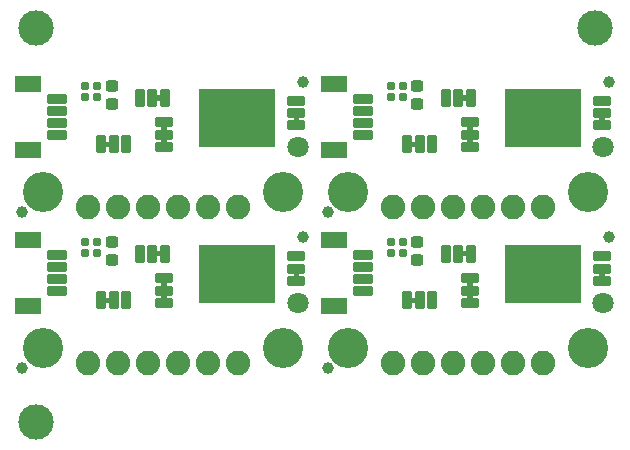
<source format=gbs>
%TF.GenerationSoftware,KiCad,Pcbnew,8.0.4*%
%TF.CreationDate,2024-08-23T09:14:10-06:00*%
%TF.ProjectId,SparkFun_BMV080_panelized_v01b,53706172-6b46-4756-9e5f-424d56303830,v01*%
%TF.SameCoordinates,Original*%
%TF.FileFunction,Soldermask,Bot*%
%TF.FilePolarity,Negative*%
%FSLAX46Y46*%
G04 Gerber Fmt 4.6, Leading zero omitted, Abs format (unit mm)*
G04 Created by KiCad (PCBNEW 8.0.4) date 2024-08-23 09:14:10*
%MOMM*%
%LPD*%
G01*
G04 APERTURE LIST*
G04 Aperture macros list*
%AMRoundRect*
0 Rectangle with rounded corners*
0 $1 Rounding radius*
0 $2 $3 $4 $5 $6 $7 $8 $9 X,Y pos of 4 corners*
0 Add a 4 corners polygon primitive as box body*
4,1,4,$2,$3,$4,$5,$6,$7,$8,$9,$2,$3,0*
0 Add four circle primitives for the rounded corners*
1,1,$1+$1,$2,$3*
1,1,$1+$1,$4,$5*
1,1,$1+$1,$6,$7*
1,1,$1+$1,$8,$9*
0 Add four rect primitives between the rounded corners*
20,1,$1+$1,$2,$3,$4,$5,0*
20,1,$1+$1,$4,$5,$6,$7,0*
20,1,$1+$1,$6,$7,$8,$9,0*
20,1,$1+$1,$8,$9,$2,$3,0*%
G04 Aperture macros list end*
%ADD10C,0.100000*%
%ADD11C,0.000000*%
%ADD12C,3.402000*%
%ADD13C,1.803200*%
%ADD14RoundRect,0.101600X-0.330200X-0.635000X0.330200X-0.635000X0.330200X0.635000X-0.330200X0.635000X0*%
%ADD15RoundRect,0.101600X0.330200X0.635000X-0.330200X0.635000X-0.330200X-0.635000X0.330200X-0.635000X0*%
%ADD16RoundRect,0.165000X0.195000X-0.165000X0.195000X0.165000X-0.195000X0.165000X-0.195000X-0.165000X0*%
%ADD17C,1.000000*%
%ADD18RoundRect,0.101600X-0.635000X0.330200X-0.635000X-0.330200X0.635000X-0.330200X0.635000X0.330200X0*%
%ADD19RoundRect,0.101600X0.635000X-0.330200X0.635000X0.330200X-0.635000X0.330200X-0.635000X-0.330200X0*%
%ADD20RoundRect,0.101600X-0.775000X0.300000X-0.775000X-0.300000X0.775000X-0.300000X0.775000X0.300000X0*%
%ADD21RoundRect,0.101600X-1.000000X0.600000X-1.000000X-0.600000X1.000000X-0.600000X1.000000X0.600000X0*%
%ADD22RoundRect,0.250000X0.275000X-0.250000X0.275000X0.250000X-0.275000X0.250000X-0.275000X-0.250000X0*%
%ADD23C,3.000000*%
%ADD24C,2.082800*%
G04 APERTURE END LIST*
D10*
X48533358Y31328272D02*
X54883358Y31328272D01*
X54883358Y26502272D01*
X48533358Y26502272D01*
X48533358Y31328272D01*
G36*
X48533358Y31328272D02*
G01*
X54883358Y31328272D01*
X54883358Y26502272D01*
X48533358Y26502272D01*
X48533358Y31328272D01*
G37*
X48533358Y18128272D02*
X54883358Y18128272D01*
X54883358Y13302272D01*
X48533358Y13302272D01*
X48533358Y18128272D01*
G36*
X48533358Y18128272D02*
G01*
X54883358Y18128272D01*
X54883358Y13302272D01*
X48533358Y13302272D01*
X48533358Y18128272D01*
G37*
X22633358Y31328272D02*
X28983358Y31328272D01*
X28983358Y26502272D01*
X22633358Y26502272D01*
X22633358Y31328272D01*
G36*
X22633358Y31328272D02*
G01*
X28983358Y31328272D01*
X28983358Y26502272D01*
X22633358Y26502272D01*
X22633358Y31328272D01*
G37*
X22633358Y18128272D02*
X28983358Y18128272D01*
X28983358Y13302272D01*
X22633358Y13302272D01*
X22633358Y18128272D01*
G36*
X22633358Y18128272D02*
G01*
X28983358Y18128272D01*
X28983358Y13302272D01*
X22633358Y13302272D01*
X22633358Y18128272D01*
G37*
D11*
%TO.C,JP2*%
G36*
X41053300Y26369500D02*
G01*
X40545300Y26369500D01*
X40545300Y26850500D01*
X41053300Y26850500D01*
X41053300Y26369500D01*
G37*
%TO.C,JP4*%
G36*
X45809743Y26667869D02*
G01*
X45328743Y26667869D01*
X45328743Y27175869D01*
X45809743Y27175869D01*
X45809743Y26667869D01*
G37*
G36*
X45832743Y27700569D02*
G01*
X45351743Y27700569D01*
X45351743Y28208569D01*
X45832743Y28208569D01*
X45832743Y27700569D01*
G37*
%TO.C,JP3*%
G36*
X31120500Y15315300D02*
G01*
X30639500Y15315300D01*
X30639500Y15823300D01*
X31120500Y15823300D01*
X31120500Y15315300D01*
G37*
G36*
X57020500Y28515300D02*
G01*
X56539500Y28515300D01*
X56539500Y29023300D01*
X57020500Y29023300D01*
X57020500Y28515300D01*
G37*
G36*
X31120500Y28515300D02*
G01*
X30639500Y28515300D01*
X30639500Y29023300D01*
X31120500Y29023300D01*
X31120500Y28515300D01*
G37*
%TO.C,JP2*%
G36*
X15153300Y13169500D02*
G01*
X14645300Y13169500D01*
X14645300Y13650500D01*
X15153300Y13650500D01*
X15153300Y13169500D01*
G37*
%TO.C,JP1*%
G36*
X19464700Y17129500D02*
G01*
X18956700Y17129500D01*
X18956700Y17610500D01*
X19464700Y17610500D01*
X19464700Y17129500D01*
G37*
%TO.C,JP3*%
G36*
X57020500Y15315300D02*
G01*
X56539500Y15315300D01*
X56539500Y15823300D01*
X57020500Y15823300D01*
X57020500Y15315300D01*
G37*
%TO.C,JP2*%
G36*
X15153300Y26369500D02*
G01*
X14645300Y26369500D01*
X14645300Y26850500D01*
X15153300Y26850500D01*
X15153300Y26369500D01*
G37*
%TO.C,JP4*%
G36*
X45809743Y13467869D02*
G01*
X45328743Y13467869D01*
X45328743Y13975869D01*
X45809743Y13975869D01*
X45809743Y13467869D01*
G37*
G36*
X45832743Y14500569D02*
G01*
X45351743Y14500569D01*
X45351743Y15008569D01*
X45832743Y15008569D01*
X45832743Y14500569D01*
G37*
%TO.C,JP1*%
G36*
X45364700Y30329500D02*
G01*
X44856700Y30329500D01*
X44856700Y30810500D01*
X45364700Y30810500D01*
X45364700Y30329500D01*
G37*
%TO.C,JP4*%
G36*
X19909743Y13467869D02*
G01*
X19428743Y13467869D01*
X19428743Y13975869D01*
X19909743Y13975869D01*
X19909743Y13467869D01*
G37*
G36*
X19932743Y14500569D02*
G01*
X19451743Y14500569D01*
X19451743Y15008569D01*
X19932743Y15008569D01*
X19932743Y14500569D01*
G37*
%TO.C,JP2*%
G36*
X41053300Y13169500D02*
G01*
X40545300Y13169500D01*
X40545300Y13650500D01*
X41053300Y13650500D01*
X41053300Y13169500D01*
G37*
%TO.C,JP1*%
G36*
X45364700Y17129500D02*
G01*
X44856700Y17129500D01*
X44856700Y17610500D01*
X45364700Y17610500D01*
X45364700Y17129500D01*
G37*
G36*
X19464700Y30329500D02*
G01*
X18956700Y30329500D01*
X18956700Y30810500D01*
X19464700Y30810500D01*
X19464700Y30329500D01*
G37*
%TO.C,JP4*%
G36*
X19909743Y26667869D02*
G01*
X19428743Y26667869D01*
X19428743Y27175869D01*
X19909743Y27175869D01*
X19909743Y26667869D01*
G37*
G36*
X19932743Y27700569D02*
G01*
X19451743Y27700569D01*
X19451743Y28208569D01*
X19932743Y28208569D01*
X19932743Y27700569D01*
G37*
%TD*%
D12*
%TO.C,ST2*%
X55610000Y9390000D03*
%TD*%
%TO.C,ST1*%
X9390000Y9390000D03*
%TD*%
D13*
%TO.C,J4*%
X30980000Y13200000D03*
%TD*%
%TO.C,J4*%
X30980000Y26400000D03*
%TD*%
D12*
%TO.C,ST1*%
X9390000Y22590000D03*
%TD*%
%TO.C,ST2*%
X55610000Y22590000D03*
%TD*%
%TO.C,ST1*%
X35290000Y9390000D03*
%TD*%
D13*
%TO.C,J4*%
X56880000Y13200000D03*
%TD*%
D12*
%TO.C,ST2*%
X29710000Y22590000D03*
%TD*%
D13*
%TO.C,J4*%
X56880000Y26400000D03*
%TD*%
D12*
%TO.C,ST2*%
X29710000Y9390000D03*
%TD*%
%TO.C,ST1*%
X35290000Y22590000D03*
%TD*%
D14*
%TO.C,JP2*%
X40278600Y26610000D03*
X41320000Y26610000D03*
D15*
X42361400Y26610000D03*
%TD*%
D16*
%TO.C,C3*%
X13990000Y17400000D03*
X13990000Y18360000D03*
%TD*%
%TO.C,C4*%
X13010000Y30600000D03*
X13010000Y31560000D03*
%TD*%
%TO.C,C4*%
X38910000Y30600000D03*
X38910000Y31560000D03*
%TD*%
D17*
%TO.C,FID1*%
X7640000Y20870000D03*
%TD*%
D18*
%TO.C,JP4*%
X45592243Y28475269D03*
X45592243Y27433869D03*
D19*
X45592243Y26392469D03*
%TD*%
D16*
%TO.C,C3*%
X13990000Y30600000D03*
X13990000Y31560000D03*
%TD*%
%TO.C,C3*%
X39890000Y30600000D03*
X39890000Y31560000D03*
%TD*%
D20*
%TO.C,J2*%
X36484500Y30440000D03*
X36484500Y29440000D03*
X36484500Y28440000D03*
X36484500Y27440000D03*
D21*
X34059500Y31740000D03*
X34059500Y26140000D03*
%TD*%
D19*
%TO.C,JP3*%
X30880000Y15048600D03*
X30880000Y16090000D03*
D18*
X30880000Y17131400D03*
%TD*%
D17*
%TO.C,FID1*%
X33540000Y7670000D03*
%TD*%
D16*
%TO.C,C4*%
X38910000Y17400000D03*
X38910000Y18360000D03*
%TD*%
D19*
%TO.C,JP3*%
X56780000Y28248600D03*
X56780000Y29290000D03*
D18*
X56780000Y30331400D03*
%TD*%
D20*
%TO.C,J2*%
X10584500Y17240000D03*
X10584500Y16240000D03*
X10584500Y15240000D03*
X10584500Y14240000D03*
D21*
X8159500Y18540000D03*
X8159500Y12940000D03*
%TD*%
D19*
%TO.C,JP3*%
X30880000Y28248600D03*
X30880000Y29290000D03*
D18*
X30880000Y30331400D03*
%TD*%
D22*
%TO.C,C5*%
X15230000Y30015000D03*
X15230000Y31565000D03*
%TD*%
D17*
%TO.C,FID1*%
X33540000Y20870000D03*
%TD*%
D14*
%TO.C,JP2*%
X14378600Y13410000D03*
X15420000Y13410000D03*
D15*
X16461400Y13410000D03*
%TD*%
%TO.C,JP1*%
X19731400Y17370000D03*
X18690000Y17370000D03*
D14*
X17648600Y17370000D03*
%TD*%
D22*
%TO.C,C5*%
X41130000Y16815000D03*
X41130000Y18365000D03*
%TD*%
%TO.C,C5*%
X15230000Y16815000D03*
X15230000Y18365000D03*
%TD*%
D19*
%TO.C,JP3*%
X56780000Y15048600D03*
X56780000Y16090000D03*
D18*
X56780000Y17131400D03*
%TD*%
D14*
%TO.C,JP2*%
X14378600Y26610000D03*
X15420000Y26610000D03*
D15*
X16461400Y26610000D03*
%TD*%
D17*
%TO.C,FID3*%
X57350000Y18740000D03*
%TD*%
D18*
%TO.C,JP4*%
X45592243Y15275269D03*
X45592243Y14233869D03*
D19*
X45592243Y13192469D03*
%TD*%
D16*
%TO.C,C3*%
X39890000Y17400000D03*
X39890000Y18360000D03*
%TD*%
D23*
%TO.C,*%
X8825000Y3150000D03*
%TD*%
D17*
%TO.C,FID3*%
X31450000Y31940000D03*
%TD*%
D15*
%TO.C,JP1*%
X45631400Y30570000D03*
X44590000Y30570000D03*
D14*
X43548600Y30570000D03*
%TD*%
D20*
%TO.C,J2*%
X10584500Y30440000D03*
X10584500Y29440000D03*
X10584500Y28440000D03*
X10584500Y27440000D03*
D21*
X8159500Y31740000D03*
X8159500Y26140000D03*
%TD*%
D18*
%TO.C,JP4*%
X19692243Y15275269D03*
X19692243Y14233869D03*
D19*
X19692243Y13192469D03*
%TD*%
D17*
%TO.C,FID3*%
X31450000Y18740000D03*
%TD*%
%TO.C,FID1*%
X7640000Y7670000D03*
%TD*%
D14*
%TO.C,JP2*%
X40278600Y13410000D03*
X41320000Y13410000D03*
D15*
X42361400Y13410000D03*
%TD*%
%TO.C,JP1*%
X45631400Y17370000D03*
X44590000Y17370000D03*
D14*
X43548600Y17370000D03*
%TD*%
D15*
%TO.C,JP1*%
X19731400Y30570000D03*
X18690000Y30570000D03*
D14*
X17648600Y30570000D03*
%TD*%
D16*
%TO.C,C4*%
X13010000Y17400000D03*
X13010000Y18360000D03*
%TD*%
D18*
%TO.C,JP4*%
X19692243Y28475269D03*
X19692243Y27433869D03*
D19*
X19692243Y26392469D03*
%TD*%
D22*
%TO.C,C5*%
X41130000Y30015000D03*
X41130000Y31565000D03*
%TD*%
D23*
%TO.C,*%
X8825000Y36450000D03*
%TD*%
D24*
%TO.C,J3*%
X39100000Y8120000D03*
X41640000Y8120000D03*
X44180000Y8120000D03*
X46720000Y8120000D03*
X49260000Y8120000D03*
X51800000Y8120000D03*
%TD*%
%TO.C,J3*%
X39100000Y21320000D03*
X41640000Y21320000D03*
X44180000Y21320000D03*
X46720000Y21320000D03*
X49260000Y21320000D03*
X51800000Y21320000D03*
%TD*%
D17*
%TO.C,FID3*%
X57350000Y31940000D03*
%TD*%
D24*
%TO.C,J3*%
X13200000Y21320000D03*
X15740000Y21320000D03*
X18280000Y21320000D03*
X20820000Y21320000D03*
X23360000Y21320000D03*
X25900000Y21320000D03*
%TD*%
%TO.C,J3*%
X13200000Y8120000D03*
X15740000Y8120000D03*
X18280000Y8120000D03*
X20820000Y8120000D03*
X23360000Y8120000D03*
X25900000Y8120000D03*
%TD*%
D23*
%TO.C,*%
X56175000Y36450000D03*
%TD*%
D20*
%TO.C,J2*%
X36484500Y17240000D03*
X36484500Y16240000D03*
X36484500Y15240000D03*
X36484500Y14240000D03*
D21*
X34059500Y18540000D03*
X34059500Y12940000D03*
%TD*%
M02*

</source>
